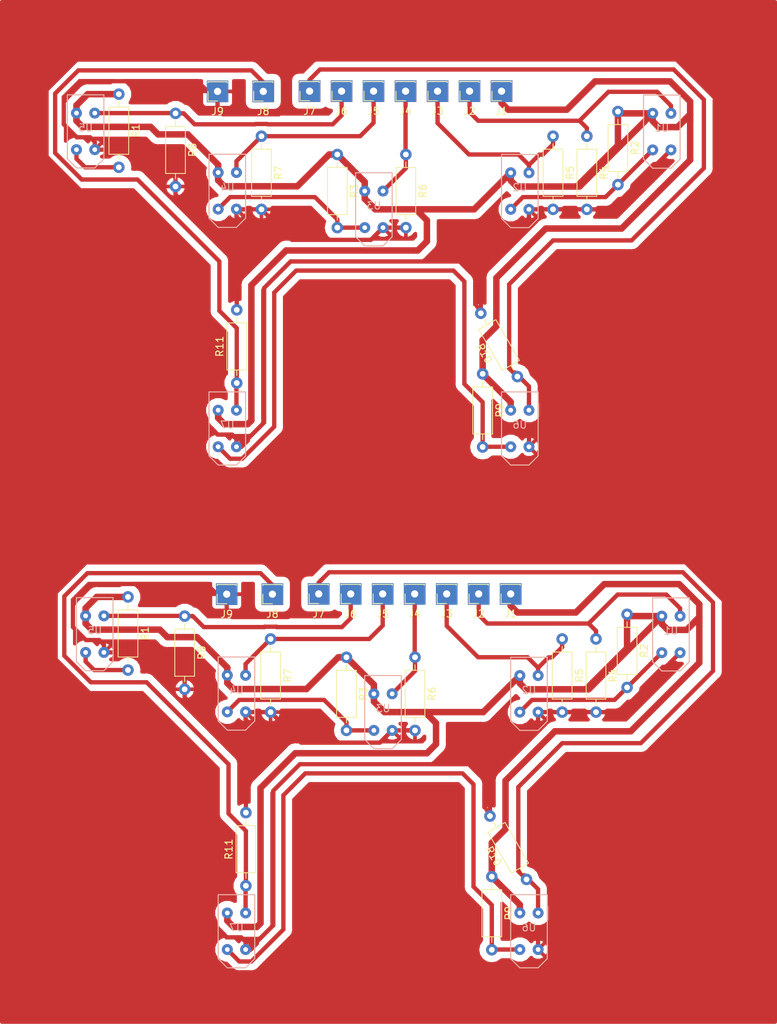
<source format=kicad_pcb>
(kicad_pcb (version 20171130) (host pcbnew "(5.0.2)-1")
  (layers (0 F.Cu signal) (31 B.Cu signal) (34 B.Paste user) (35 F.Paste user) (36 B.SilkS user) (37 F.SilkS user) (38 B.Mask user) (39 F.Mask user) (44 Edge.Cuts user))
  (net 0 "")
  (net 1 VCC)
  (net 2 S1)
  (net 3 S2)
  (net 4 S3)
  (net 5 S4)
  (net 6 S5)
  (net 7 S6)
  (net 8 S7)
  (net 9 GND)
  (net 10 "Net-(R1-Pad2)")
  (net 11 "Net-(R2-Pad2)")
  (net 12 "Net-(R3-Pad2)")
  (net 13 "Net-(R9-Pad2)")
  (module cyclophone:TCRT50002 (layer B.Cu) (at 56.9798 157.3174)
    (fp_text reference U7 (at 0 -0.5) (layer B.SilkS) (effects (justify mirror)))
    (fp_text value TCRT5000)
    (pad 4 thru_hole circle (at 1.27 -2.54) (size 1.524 1.524) (drill 0.662) (layers *.Cu *.Mask) (net 8 S7))
    (pad 3 thru_hole circle (at -1.27 -2.54) (size 1.524 1.524) (drill 0.662) (layers *.Cu *.Mask) (net 1 VCC))
    (pad 2 thru_hole circle (at 1.27 2.54) (size 1.524 1.524) (drill 0.662) (layers *.Cu *.Mask) (net 9 GND))
    (pad 1 thru_hole circle (at -1.27 2.54) (size 1.524 1.524) (drill 0.662) (layers *.Cu *.Mask) (net 13 "Net-(R9-Pad2)"))
  )
  (module cyclophone:TCRT50002 (layer B.Cu) (at 97.6198 157.3174)
    (fp_text reference U6 (at 0 -0.5) (layer B.SilkS) (effects (justify mirror)))
    (fp_text value TCRT5000)
    (pad 1 thru_hole circle (at -1.27 2.54) (size 1.524 1.524) (drill 0.662) (layers *.Cu *.Mask) (net 13 "Net-(R9-Pad2)"))
    (pad 2 thru_hole circle (at 1.27 2.54) (size 1.524 1.524) (drill 0.662) (layers *.Cu *.Mask) (net 9 GND))
    (pad 3 thru_hole circle (at -1.27 -2.54) (size 1.524 1.524) (drill 0.662) (layers *.Cu *.Mask) (net 1 VCC))
    (pad 4 thru_hole circle (at 1.27 -2.54) (size 1.524 1.524) (drill 0.662) (layers *.Cu *.Mask) (net 7 S6))
  )
  (module cyclophone:TCRT50002 (layer B.Cu) (at 37.2948 116.0424)
    (fp_text reference U5 (at 0 -0.5) (layer B.SilkS) (effects (justify mirror)))
    (fp_text value TCRT5000)
    (pad 4 thru_hole circle (at 1.27 -2.54) (size 1.524 1.524) (drill 0.662) (layers *.Cu *.Mask) (net 6 S5))
    (pad 3 thru_hole circle (at -1.27 -2.54) (size 1.524 1.524) (drill 0.662) (layers *.Cu *.Mask) (net 1 VCC))
    (pad 2 thru_hole circle (at 1.27 2.54) (size 1.524 1.524) (drill 0.662) (layers *.Cu *.Mask) (net 9 GND))
    (pad 1 thru_hole circle (at -1.27 2.54) (size 1.524 1.524) (drill 0.662) (layers *.Cu *.Mask) (net 10 "Net-(R1-Pad2)"))
  )
  (module cyclophone:TCRT50002 (layer B.Cu) (at 56.9798 124.2974)
    (fp_text reference U4 (at 0 -0.5) (layer B.SilkS) (effects (justify mirror)))
    (fp_text value TCRT5000)
    (pad 4 thru_hole circle (at 1.27 -2.54) (size 1.524 1.524) (drill 0.662) (layers *.Cu *.Mask) (net 5 S4))
    (pad 3 thru_hole circle (at -1.27 -2.54) (size 1.524 1.524) (drill 0.662) (layers *.Cu *.Mask) (net 1 VCC))
    (pad 2 thru_hole circle (at 1.27 2.54) (size 1.524 1.524) (drill 0.662) (layers *.Cu *.Mask) (net 9 GND))
    (pad 1 thru_hole circle (at -1.27 2.54) (size 1.524 1.524) (drill 0.662) (layers *.Cu *.Mask) (net 12 "Net-(R3-Pad2)"))
  )
  (module cyclophone:TCRT50002 (layer B.Cu) (at 117.348 116.078)
    (fp_text reference U1 (at 0 -0.5) (layer B.SilkS) (effects (justify mirror)))
    (fp_text value TCRT5000)
    (pad 4 thru_hole circle (at 1.27 -2.54) (size 1.524 1.524) (drill 0.662) (layers *.Cu *.Mask) (net 2 S1))
    (pad 3 thru_hole circle (at -1.27 -2.54) (size 1.524 1.524) (drill 0.662) (layers *.Cu *.Mask) (net 1 VCC))
    (pad 2 thru_hole circle (at 1.27 2.54) (size 1.524 1.524) (drill 0.662) (layers *.Cu *.Mask) (net 9 GND))
    (pad 1 thru_hole circle (at -1.27 2.54) (size 1.524 1.524) (drill 0.662) (layers *.Cu *.Mask) (net 11 "Net-(R2-Pad2)"))
  )
  (module Resistor_THT:R_Axial_DIN0207_L6.3mm_D2.5mm_P10.16mm_Horizontal (layer F.Cu) (at 58.293 151.003 90)
    (fp_text reference R11 (at 5.08 -2.37 90) (layer F.SilkS))
    (fp_text value 10k)
    (pad 2 thru_hole oval (at 10.16 0 90) (size 1.6 1.6) (drill 0.8) (layers *.Cu *.Mask) (net 9 GND))
    (pad 1 thru_hole circle (at 0 0 90) (size 1.6 1.6) (drill 0.8) (layers *.Cu *.Mask) (net 8 S7))
  )
  (module Resistor_THT:R_Axial_DIN0207_L6.3mm_D2.5mm_P10.16mm_Horizontal (layer F.Cu) (at 97.282 150.114 120)
    (fp_text reference R10 (at 5.08 -2.37 120) (layer F.SilkS))
    (fp_text value 10k)
    (pad 1 thru_hole circle (at 0 0 120) (size 1.6 1.6) (drill 0.8) (layers *.Cu *.Mask) (net 7 S6))
    (pad 2 thru_hole oval (at 10.16 0 120) (size 1.6 1.6) (drill 0.8) (layers *.Cu *.Mask) (net 9 GND))
  )
  (module Resistor_THT:R_Axial_DIN0207_L6.3mm_D2.5mm_P10.16mm_Horizontal (layer F.Cu) (at 92.456 149.733 270)
    (fp_text reference R9 (at 5.08 -2.37 270) (layer F.SilkS))
    (fp_text value 330)
    (pad 1 thru_hole circle (at 0 0 270) (size 1.6 1.6) (drill 0.8) (layers *.Cu *.Mask) (net 1 VCC))
    (pad 2 thru_hole oval (at 10.16 0 270) (size 1.6 1.6) (drill 0.8) (layers *.Cu *.Mask) (net 13 "Net-(R9-Pad2)"))
  )
  (module Resistor_THT:R_Axial_DIN0207_L6.3mm_D2.5mm_P10.16mm_Horizontal (layer F.Cu) (at 49.784 113.538 270)
    (fp_text reference R8 (at 5.08 -2.37 270) (layer F.SilkS))
    (fp_text value 10k)
    (pad 2 thru_hole oval (at 10.16 0 270) (size 1.6 1.6) (drill 0.8) (layers *.Cu *.Mask) (net 9 GND))
    (pad 1 thru_hole circle (at 0 0 270) (size 1.6 1.6) (drill 0.8) (layers *.Cu *.Mask) (net 6 S5))
  )
  (module Resistor_THT:R_Axial_DIN0207_L6.3mm_D2.5mm_P10.16mm_Horizontal (layer F.Cu) (at 61.722 116.713 270)
    (fp_text reference R7 (at 5.08 -2.37 270) (layer F.SilkS))
    (fp_text value 10k)
    (pad 1 thru_hole circle (at 0 0 270) (size 1.6 1.6) (drill 0.8) (layers *.Cu *.Mask) (net 5 S4))
    (pad 2 thru_hole oval (at 10.16 0 270) (size 1.6 1.6) (drill 0.8) (layers *.Cu *.Mask) (net 9 GND))
  )
  (module Resistor_THT:R_Axial_DIN0207_L6.3mm_D2.5mm_P10.16mm_Horizontal (layer F.Cu) (at 81.788 119.253 270)
    (fp_text reference R6 (at 5.08 -2.37 270) (layer F.SilkS))
    (fp_text value 10k)
    (pad 2 thru_hole oval (at 10.16 0 270) (size 1.6 1.6) (drill 0.8) (layers *.Cu *.Mask) (net 9 GND))
    (pad 1 thru_hole circle (at 0 0 270) (size 1.6 1.6) (drill 0.8) (layers *.Cu *.Mask) (net 4 S3))
  )
  (module Resistor_THT:R_Axial_DIN0207_L6.3mm_D2.5mm_P10.16mm_Horizontal (layer F.Cu) (at 102.235 116.713 270)
    (fp_text reference R5 (at 5.08 -2.37 270) (layer F.SilkS))
    (fp_text value 10k)
    (pad 2 thru_hole oval (at 10.16 0 270) (size 1.6 1.6) (drill 0.8) (layers *.Cu *.Mask) (net 9 GND))
    (pad 1 thru_hole circle (at 0 0 270) (size 1.6 1.6) (drill 0.8) (layers *.Cu *.Mask) (net 3 S2))
  )
  (module Resistor_THT:R_Axial_DIN0207_L6.3mm_D2.5mm_P10.16mm_Horizontal (layer F.Cu) (at 106.934 116.713 270)
    (fp_text reference R4 (at 5.08 -2.37 270) (layer F.SilkS))
    (fp_text value 10k)
    (pad 1 thru_hole circle (at 0 0 270) (size 1.6 1.6) (drill 0.8) (layers *.Cu *.Mask) (net 2 S1))
    (pad 2 thru_hole oval (at 10.16 0 270) (size 1.6 1.6) (drill 0.8) (layers *.Cu *.Mask) (net 9 GND))
  )
  (module Resistor_THT:R_Axial_DIN0207_L6.3mm_D2.5mm_P10.16mm_Horizontal (layer F.Cu) (at 72.263 119.253 270)
    (fp_text reference R3 (at 5.08 -2.37 270) (layer F.SilkS))
    (fp_text value 330)
    (pad 2 thru_hole oval (at 10.16 0 270) (size 1.6 1.6) (drill 0.8) (layers *.Cu *.Mask) (net 12 "Net-(R3-Pad2)"))
    (pad 1 thru_hole circle (at 0 0 270) (size 1.6 1.6) (drill 0.8) (layers *.Cu *.Mask) (net 1 VCC))
  )
  (module Resistor_THT:R_Axial_DIN0207_L6.3mm_D2.5mm_P10.16mm_Horizontal (layer F.Cu) (at 111.252 113.284 270)
    (fp_text reference R2 (at 5.08 -2.37 270) (layer F.SilkS))
    (fp_text value 330)
    (pad 2 thru_hole oval (at 10.16 0 270) (size 1.6 1.6) (drill 0.8) (layers *.Cu *.Mask) (net 11 "Net-(R2-Pad2)"))
    (pad 1 thru_hole circle (at 0 0 270) (size 1.6 1.6) (drill 0.8) (layers *.Cu *.Mask) (net 1 VCC))
  )
  (module Resistor_THT:R_Axial_DIN0207_L6.3mm_D2.5mm_P10.16mm_Horizontal (layer F.Cu) (at 41.91 110.871 270)
    (fp_text reference R1 (at 5.08 -2.37 270) (layer F.SilkS))
    (fp_text value 330)
    (pad 1 thru_hole circle (at 0 0 270) (size 1.6 1.6) (drill 0.8) (layers *.Cu *.Mask) (net 1 VCC))
    (pad 2 thru_hole oval (at 10.16 0 270) (size 1.6 1.6) (drill 0.8) (layers *.Cu *.Mask) (net 10 "Net-(R1-Pad2)"))
  )
  (module Connector_PinSocket_2.54mm:PinSocket_1x01_P2.54mm_Vertical (layer F.Cu) (at 55.626 110.49 180)
    (fp_text reference J9 (at 0 -2.77 180) (layer F.SilkS))
    (fp_text value Conn_01x01_Female)
    (pad 1 thru_hole rect (at 0 0 180) (size 3 3) (drill 1) (layers *.Cu *.Mask) (net 9 GND))
  )
  (module Connector_PinSocket_2.54mm:PinSocket_1x01_P2.54mm_Vertical (layer F.Cu) (at 61.976 110.49 180)
    (fp_text reference J8 (at 0 -2.77 180) (layer F.SilkS))
    (fp_text value Conn_01x01_Female)
    (pad 1 thru_hole rect (at 0 0 180) (size 3 3) (drill 1) (layers *.Cu *.Mask) (net 8 S7))
  )
  (module Connector_PinSocket_2.54mm:PinSocket_1x01_P2.54mm_Vertical (layer F.Cu) (at 68.4098 110.4544 180)
    (fp_text reference J7 (at 0 -2.77 180) (layer F.SilkS))
    (fp_text value Conn_01x01_Female)
    (pad 1 thru_hole rect (at 0 0 180) (size 3 3) (drill 1) (layers *.Cu *.Mask) (net 7 S6))
  )
  (module Connector_PinSocket_2.54mm:PinSocket_1x01_P2.54mm_Vertical (layer F.Cu) (at 72.8548 110.4544 180)
    (fp_text reference J6 (at 0 -2.77 180) (layer F.SilkS))
    (fp_text value Conn_01x01_Female)
    (pad 1 thru_hole rect (at 0 0 180) (size 3 3) (drill 1) (layers *.Cu *.Mask) (net 6 S5))
  )
  (module Connector_PinSocket_2.54mm:PinSocket_1x01_P2.54mm_Vertical (layer F.Cu) (at 77.2998 110.4544 180)
    (fp_text reference J5 (at 0 -2.77 180) (layer F.SilkS))
    (fp_text value Conn_01x01_Female)
    (pad 1 thru_hole rect (at 0 0 180) (size 3 3) (drill 1) (layers *.Cu *.Mask) (net 5 S4))
  )
  (module Connector_PinSocket_2.54mm:PinSocket_1x01_P2.54mm_Vertical (layer F.Cu) (at 81.7448 110.4544 180)
    (fp_text reference J4 (at 0 -2.77 180) (layer F.SilkS))
    (fp_text value Conn_01x01_Female)
    (pad 1 thru_hole rect (at 0 0 180) (size 3 3) (drill 1) (layers *.Cu *.Mask) (net 4 S3))
  )
  (module Connector_PinSocket_2.54mm:PinSocket_1x01_P2.54mm_Vertical (layer F.Cu) (at 86.1898 110.4544 180)
    (fp_text reference J3 (at 0 -2.77 180) (layer F.SilkS))
    (fp_text value Conn_01x01_Female)
    (pad 1 thru_hole rect (at 0 0 180) (size 3 3) (drill 1) (layers *.Cu *.Mask) (net 3 S2))
  )
  (module Connector_PinSocket_2.54mm:PinSocket_1x01_P2.54mm_Vertical (layer F.Cu) (at 90.6348 110.4544 180)
    (fp_text reference J2 (at 0 -2.77 180) (layer F.SilkS))
    (fp_text value Conn_01x01_Female)
    (pad 1 thru_hole rect (at 0 0 180) (size 3 3) (drill 1) (layers *.Cu *.Mask) (net 2 S1))
  )
  (module Connector_PinSocket_2.54mm:PinSocket_1x01_P2.54mm_Vertical (layer F.Cu) (at 95.0798 110.4544 180)
    (fp_text reference J1 (at 0 -2.77 180) (layer F.SilkS))
    (fp_text value Conn_01x01_Female)
    (pad 1 thru_hole rect (at 0 0 180) (size 3 3) (drill 1) (layers *.Cu *.Mask) (net 1 VCC))
  )
  (module cyclophone:TCRT50002 (layer B.Cu) (at 97.6198 124.333)
    (fp_text reference U2 (at 0 -0.5) (layer B.SilkS) (effects (justify mirror)))
    (fp_text value TCRT5000)
    (pad 4 thru_hole circle (at 1.27 -2.54) (size 1.524 1.524) (drill 0.662) (layers *.Cu *.Mask) (net 3 S2))
    (pad 3 thru_hole circle (at -1.27 -2.54) (size 1.524 1.524) (drill 0.662) (layers *.Cu *.Mask) (net 1 VCC))
    (pad 2 thru_hole circle (at 1.27 2.54) (size 1.524 1.524) (drill 0.662) (layers *.Cu *.Mask) (net 9 GND))
    (pad 1 thru_hole circle (at -1.27 2.54) (size 1.524 1.524) (drill 0.662) (layers *.Cu *.Mask) (net 11 "Net-(R2-Pad2)"))
  )
  (module cyclophone:TCRT50002 (layer B.Cu) (at 77.343 126.873)
    (fp_text reference U3 (at 0 -0.5) (layer B.SilkS) (effects (justify mirror)))
    (fp_text value TCRT5000)
    (pad 4 thru_hole circle (at 1.27 -2.54) (size 1.524 1.524) (drill 0.662) (layers *.Cu *.Mask) (net 4 S3))
    (pad 3 thru_hole circle (at -1.27 -2.54) (size 1.524 1.524) (drill 0.662) (layers *.Cu *.Mask) (net 1 VCC))
    (pad 2 thru_hole circle (at 1.27 2.54) (size 1.524 1.524) (drill 0.662) (layers *.Cu *.Mask) (net 9 GND))
    (pad 1 thru_hole circle (at -1.27 2.54) (size 1.524 1.524) (drill 0.662) (layers *.Cu *.Mask) (net 12 "Net-(R3-Pad2)"))
  )
  (module cyclophone:TCRT50002 (layer B.Cu) (at 76.073 57.023)
    (fp_text reference U3 (at 0 -0.5) (layer B.SilkS) (effects (justify mirror)))
    (fp_text value TCRT5000)
    (pad 1 thru_hole circle (at -1.27 2.54) (size 1.524 1.524) (drill 0.662) (layers *.Cu *.Mask) (net 12 "Net-(R3-Pad2)"))
    (pad 2 thru_hole circle (at 1.27 2.54) (size 1.524 1.524) (drill 0.662) (layers *.Cu *.Mask) (net 9 GND))
    (pad 3 thru_hole circle (at -1.27 -2.54) (size 1.524 1.524) (drill 0.662) (layers *.Cu *.Mask) (net 1 VCC))
    (pad 4 thru_hole circle (at 1.27 -2.54) (size 1.524 1.524) (drill 0.662) (layers *.Cu *.Mask) (net 4 S3))
  )
  (module cyclophone:TCRT50002 (layer B.Cu) (at 96.3498 54.483)
    (fp_text reference U2 (at 0 -0.5) (layer B.SilkS) (effects (justify mirror)))
    (fp_text value TCRT5000)
    (pad 1 thru_hole circle (at -1.27 2.54) (size 1.524 1.524) (drill 0.662) (layers *.Cu *.Mask) (net 11 "Net-(R2-Pad2)"))
    (pad 2 thru_hole circle (at 1.27 2.54) (size 1.524 1.524) (drill 0.662) (layers *.Cu *.Mask) (net 9 GND))
    (pad 3 thru_hole circle (at -1.27 -2.54) (size 1.524 1.524) (drill 0.662) (layers *.Cu *.Mask) (net 1 VCC))
    (pad 4 thru_hole circle (at 1.27 -2.54) (size 1.524 1.524) (drill 0.662) (layers *.Cu *.Mask) (net 3 S2))
  )
  (module Connector_PinSocket_2.54mm:PinSocket_1x01_P2.54mm_Vertical (layer F.Cu) (at 93.8098 40.6044 180)
    (fp_text reference J1 (at 0 -2.77 180) (layer F.SilkS))
    (fp_text value Conn_01x01_Female)
    (pad 1 thru_hole rect (at 0 0 180) (size 3 3) (drill 1) (layers *.Cu *.Mask) (net 1 VCC))
  )
  (module Connector_PinSocket_2.54mm:PinSocket_1x01_P2.54mm_Vertical (layer F.Cu) (at 89.3648 40.6044 180)
    (fp_text reference J2 (at 0 -2.77 180) (layer F.SilkS))
    (fp_text value Conn_01x01_Female)
    (pad 1 thru_hole rect (at 0 0 180) (size 3 3) (drill 1) (layers *.Cu *.Mask) (net 2 S1))
  )
  (module Connector_PinSocket_2.54mm:PinSocket_1x01_P2.54mm_Vertical (layer F.Cu) (at 84.9198 40.6044 180)
    (fp_text reference J3 (at 0 -2.77 180) (layer F.SilkS))
    (fp_text value Conn_01x01_Female)
    (pad 1 thru_hole rect (at 0 0 180) (size 3 3) (drill 1) (layers *.Cu *.Mask) (net 3 S2))
  )
  (module Connector_PinSocket_2.54mm:PinSocket_1x01_P2.54mm_Vertical (layer F.Cu) (at 80.4748 40.6044 180)
    (fp_text reference J4 (at 0 -2.77 180) (layer F.SilkS))
    (fp_text value Conn_01x01_Female)
    (pad 1 thru_hole rect (at 0 0 180) (size 3 3) (drill 1) (layers *.Cu *.Mask) (net 4 S3))
  )
  (module Connector_PinSocket_2.54mm:PinSocket_1x01_P2.54mm_Vertical (layer F.Cu) (at 76.0298 40.6044 180)
    (fp_text reference J5 (at 0 -2.77 180) (layer F.SilkS))
    (fp_text value Conn_01x01_Female)
    (pad 1 thru_hole rect (at 0 0 180) (size 3 3) (drill 1) (layers *.Cu *.Mask) (net 5 S4))
  )
  (module Connector_PinSocket_2.54mm:PinSocket_1x01_P2.54mm_Vertical (layer F.Cu) (at 71.5848 40.6044 180)
    (fp_text reference J6 (at 0 -2.77 180) (layer F.SilkS))
    (fp_text value Conn_01x01_Female)
    (pad 1 thru_hole rect (at 0 0 180) (size 3 3) (drill 1) (layers *.Cu *.Mask) (net 6 S5))
  )
  (module Connector_PinSocket_2.54mm:PinSocket_1x01_P2.54mm_Vertical (layer F.Cu) (at 67.1398 40.6044 180)
    (fp_text reference J7 (at 0 -2.77 180) (layer F.SilkS))
    (fp_text value Conn_01x01_Female)
    (pad 1 thru_hole rect (at 0 0 180) (size 3 3) (drill 1) (layers *.Cu *.Mask) (net 7 S6))
  )
  (module Connector_PinSocket_2.54mm:PinSocket_1x01_P2.54mm_Vertical (layer F.Cu) (at 60.706 40.64 180)
    (fp_text reference J8 (at 0 -2.77 180) (layer F.SilkS))
    (fp_text value Conn_01x01_Female)
    (pad 1 thru_hole rect (at 0 0 180) (size 3 3) (drill 1) (layers *.Cu *.Mask) (net 8 S7))
  )
  (module Connector_PinSocket_2.54mm:PinSocket_1x01_P2.54mm_Vertical (layer F.Cu) (at 54.356 40.64 180)
    (fp_text reference J9 (at 0 -2.77 180) (layer F.SilkS))
    (fp_text value Conn_01x01_Female)
    (pad 1 thru_hole rect (at 0 0 180) (size 3 3) (drill 1) (layers *.Cu *.Mask) (net 9 GND))
  )
  (module Resistor_THT:R_Axial_DIN0207_L6.3mm_D2.5mm_P10.16mm_Horizontal (layer F.Cu) (at 40.64 41.021 270)
    (fp_text reference R1 (at 5.08 -2.37 270) (layer F.SilkS))
    (fp_text value 330)
    (pad 2 thru_hole oval (at 10.16 0 270) (size 1.6 1.6) (drill 0.8) (layers *.Cu *.Mask) (net 10 "Net-(R1-Pad2)"))
    (pad 1 thru_hole circle (at 0 0 270) (size 1.6 1.6) (drill 0.8) (layers *.Cu *.Mask) (net 1 VCC))
  )
  (module Resistor_THT:R_Axial_DIN0207_L6.3mm_D2.5mm_P10.16mm_Horizontal (layer F.Cu) (at 109.982 43.434 270)
    (fp_text reference R2 (at 5.08 -2.37 270) (layer F.SilkS))
    (fp_text value 330)
    (pad 1 thru_hole circle (at 0 0 270) (size 1.6 1.6) (drill 0.8) (layers *.Cu *.Mask) (net 1 VCC))
    (pad 2 thru_hole oval (at 10.16 0 270) (size 1.6 1.6) (drill 0.8) (layers *.Cu *.Mask) (net 11 "Net-(R2-Pad2)"))
  )
  (module Resistor_THT:R_Axial_DIN0207_L6.3mm_D2.5mm_P10.16mm_Horizontal (layer F.Cu) (at 70.993 49.403 270)
    (fp_text reference R3 (at 5.08 -2.37 270) (layer F.SilkS))
    (fp_text value 330)
    (pad 1 thru_hole circle (at 0 0 270) (size 1.6 1.6) (drill 0.8) (layers *.Cu *.Mask) (net 1 VCC))
    (pad 2 thru_hole oval (at 10.16 0 270) (size 1.6 1.6) (drill 0.8) (layers *.Cu *.Mask) (net 12 "Net-(R3-Pad2)"))
  )
  (module Resistor_THT:R_Axial_DIN0207_L6.3mm_D2.5mm_P10.16mm_Horizontal (layer F.Cu) (at 105.664 46.863 270)
    (fp_text reference R4 (at 5.08 -2.37 270) (layer F.SilkS))
    (fp_text value 10k)
    (pad 2 thru_hole oval (at 10.16 0 270) (size 1.6 1.6) (drill 0.8) (layers *.Cu *.Mask) (net 9 GND))
    (pad 1 thru_hole circle (at 0 0 270) (size 1.6 1.6) (drill 0.8) (layers *.Cu *.Mask) (net 2 S1))
  )
  (module Resistor_THT:R_Axial_DIN0207_L6.3mm_D2.5mm_P10.16mm_Horizontal (layer F.Cu) (at 100.965 46.863 270)
    (fp_text reference R5 (at 5.08 -2.37 270) (layer F.SilkS))
    (fp_text value 10k)
    (pad 1 thru_hole circle (at 0 0 270) (size 1.6 1.6) (drill 0.8) (layers *.Cu *.Mask) (net 3 S2))
    (pad 2 thru_hole oval (at 10.16 0 270) (size 1.6 1.6) (drill 0.8) (layers *.Cu *.Mask) (net 9 GND))
  )
  (module Resistor_THT:R_Axial_DIN0207_L6.3mm_D2.5mm_P10.16mm_Horizontal (layer F.Cu) (at 80.518 49.403 270)
    (fp_text reference R6 (at 5.08 -2.37 270) (layer F.SilkS))
    (fp_text value 10k)
    (pad 1 thru_hole circle (at 0 0 270) (size 1.6 1.6) (drill 0.8) (layers *.Cu *.Mask) (net 4 S3))
    (pad 2 thru_hole oval (at 10.16 0 270) (size 1.6 1.6) (drill 0.8) (layers *.Cu *.Mask) (net 9 GND))
  )
  (module Resistor_THT:R_Axial_DIN0207_L6.3mm_D2.5mm_P10.16mm_Horizontal (layer F.Cu) (at 60.452 46.863 270)
    (fp_text reference R7 (at 5.08 -2.37 270) (layer F.SilkS))
    (fp_text value 10k)
    (pad 2 thru_hole oval (at 10.16 0 270) (size 1.6 1.6) (drill 0.8) (layers *.Cu *.Mask) (net 9 GND))
    (pad 1 thru_hole circle (at 0 0 270) (size 1.6 1.6) (drill 0.8) (layers *.Cu *.Mask) (net 5 S4))
  )
  (module Resistor_THT:R_Axial_DIN0207_L6.3mm_D2.5mm_P10.16mm_Horizontal (layer F.Cu) (at 48.514 43.688 270)
    (fp_text reference R8 (at 5.08 -2.37 270) (layer F.SilkS))
    (fp_text value 10k)
    (pad 1 thru_hole circle (at 0 0 270) (size 1.6 1.6) (drill 0.8) (layers *.Cu *.Mask) (net 6 S5))
    (pad 2 thru_hole oval (at 10.16 0 270) (size 1.6 1.6) (drill 0.8) (layers *.Cu *.Mask) (net 9 GND))
  )
  (module Resistor_THT:R_Axial_DIN0207_L6.3mm_D2.5mm_P10.16mm_Horizontal (layer F.Cu) (at 91.186 79.883 270)
    (fp_text reference R9 (at 5.08 -2.37 270) (layer F.SilkS))
    (fp_text value 330)
    (pad 2 thru_hole oval (at 10.16 0 270) (size 1.6 1.6) (drill 0.8) (layers *.Cu *.Mask) (net 13 "Net-(R9-Pad2)"))
    (pad 1 thru_hole circle (at 0 0 270) (size 1.6 1.6) (drill 0.8) (layers *.Cu *.Mask) (net 1 VCC))
  )
  (module Resistor_THT:R_Axial_DIN0207_L6.3mm_D2.5mm_P10.16mm_Horizontal (layer F.Cu) (at 96.012 80.264 120)
    (fp_text reference R10 (at 5.08 -2.37 120) (layer F.SilkS))
    (fp_text value 10k)
    (pad 2 thru_hole oval (at 10.16 0 120) (size 1.6 1.6) (drill 0.8) (layers *.Cu *.Mask) (net 9 GND))
    (pad 1 thru_hole circle (at 0 0 120) (size 1.6 1.6) (drill 0.8) (layers *.Cu *.Mask) (net 7 S6))
  )
  (module Resistor_THT:R_Axial_DIN0207_L6.3mm_D2.5mm_P10.16mm_Horizontal (layer F.Cu) (at 57.023 81.153 90)
    (fp_text reference R11 (at 5.08 -2.37 90) (layer F.SilkS))
    (fp_text value 10k)
    (pad 1 thru_hole circle (at 0 0 90) (size 1.6 1.6) (drill 0.8) (layers *.Cu *.Mask) (net 8 S7))
    (pad 2 thru_hole oval (at 10.16 0 90) (size 1.6 1.6) (drill 0.8) (layers *.Cu *.Mask) (net 9 GND))
  )
  (module cyclophone:TCRT50002 (layer B.Cu) (at 116.078 46.228)
    (fp_text reference U1 (at 0 -0.5) (layer B.SilkS) (effects (justify mirror)))
    (fp_text value TCRT5000)
    (pad 1 thru_hole circle (at -1.27 2.54) (size 1.524 1.524) (drill 0.662) (layers *.Cu *.Mask) (net 11 "Net-(R2-Pad2)"))
    (pad 2 thru_hole circle (at 1.27 2.54) (size 1.524 1.524) (drill 0.662) (layers *.Cu *.Mask) (net 9 GND))
    (pad 3 thru_hole circle (at -1.27 -2.54) (size 1.524 1.524) (drill 0.662) (layers *.Cu *.Mask) (net 1 VCC))
    (pad 4 thru_hole circle (at 1.27 -2.54) (size 1.524 1.524) (drill 0.662) (layers *.Cu *.Mask) (net 2 S1))
  )
  (module cyclophone:TCRT50002 (layer B.Cu) (at 55.7098 54.4474)
    (fp_text reference U4 (at 0 -0.5) (layer B.SilkS) (effects (justify mirror)))
    (fp_text value TCRT5000)
    (pad 1 thru_hole circle (at -1.27 2.54) (size 1.524 1.524) (drill 0.662) (layers *.Cu *.Mask) (net 12 "Net-(R3-Pad2)"))
    (pad 2 thru_hole circle (at 1.27 2.54) (size 1.524 1.524) (drill 0.662) (layers *.Cu *.Mask) (net 9 GND))
    (pad 3 thru_hole circle (at -1.27 -2.54) (size 1.524 1.524) (drill 0.662) (layers *.Cu *.Mask) (net 1 VCC))
    (pad 4 thru_hole circle (at 1.27 -2.54) (size 1.524 1.524) (drill 0.662) (layers *.Cu *.Mask) (net 5 S4))
  )
  (module cyclophone:TCRT50002 (layer B.Cu) (at 36.0248 46.1924)
    (fp_text reference U5 (at 0 -0.5) (layer B.SilkS) (effects (justify mirror)))
    (fp_text value TCRT5000)
    (pad 1 thru_hole circle (at -1.27 2.54) (size 1.524 1.524) (drill 0.662) (layers *.Cu *.Mask) (net 10 "Net-(R1-Pad2)"))
    (pad 2 thru_hole circle (at 1.27 2.54) (size 1.524 1.524) (drill 0.662) (layers *.Cu *.Mask) (net 9 GND))
    (pad 3 thru_hole circle (at -1.27 -2.54) (size 1.524 1.524) (drill 0.662) (layers *.Cu *.Mask) (net 1 VCC))
    (pad 4 thru_hole circle (at 1.27 -2.54) (size 1.524 1.524) (drill 0.662) (layers *.Cu *.Mask) (net 6 S5))
  )
  (module cyclophone:TCRT50002 (layer B.Cu) (at 96.3498 87.4674)
    (fp_text reference U6 (at 0 -0.5) (layer B.SilkS) (effects (justify mirror)))
    (fp_text value TCRT5000)
    (pad 4 thru_hole circle (at 1.27 -2.54) (size 1.524 1.524) (drill 0.662) (layers *.Cu *.Mask) (net 7 S6))
    (pad 3 thru_hole circle (at -1.27 -2.54) (size 1.524 1.524) (drill 0.662) (layers *.Cu *.Mask) (net 1 VCC))
    (pad 2 thru_hole circle (at 1.27 2.54) (size 1.524 1.524) (drill 0.662) (layers *.Cu *.Mask) (net 9 GND))
    (pad 1 thru_hole circle (at -1.27 2.54) (size 1.524 1.524) (drill 0.662) (layers *.Cu *.Mask) (net 13 "Net-(R9-Pad2)"))
  )
  (module cyclophone:TCRT50002 (layer B.Cu) (at 55.7098 87.4674)
    (fp_text reference U7 (at 0 -0.5) (layer B.SilkS) (effects (justify mirror)))
    (fp_text value TCRT5000)
    (pad 1 thru_hole circle (at -1.27 2.54) (size 1.524 1.524) (drill 0.662) (layers *.Cu *.Mask) (net 13 "Net-(R9-Pad2)"))
    (pad 2 thru_hole circle (at 1.27 2.54) (size 1.524 1.524) (drill 0.662) (layers *.Cu *.Mask) (net 9 GND))
    (pad 3 thru_hole circle (at -1.27 -2.54) (size 1.524 1.524) (drill 0.662) (layers *.Cu *.Mask) (net 1 VCC))
    (pad 4 thru_hole circle (at 1.27 -2.54) (size 1.524 1.524) (drill 0.662) (layers *.Cu *.Mask) (net 8 S7))
  )
  (segment (start 74.803 53.213) (end 70.993 49.403) (width 0.9) (layer F.Cu) (net 1))
  (segment (start 74.803 54.483) (end 74.803 53.213) (width 0.9) (layer F.Cu) (net 1))
  (segment (start 54.4398 52.98503) (end 54.4398 51.9074) (width 0.9) (layer F.Cu) (net 1))
  (segment (start 55.274171 53.819401) (end 54.4398 52.98503) (width 0.9) (layer F.Cu) (net 1))
  (segment (start 65.445229 53.819401) (end 55.274171 53.819401) (width 0.9) (layer F.Cu) (net 1))
  (segment (start 69.86163 49.403) (end 65.445229 53.819401) (width 0.9) (layer F.Cu) (net 1))
  (segment (start 70.993 49.403) (end 69.86163 49.403) (width 0.9) (layer F.Cu) (net 1))
  (segment (start 95.0798 83.7768) (end 91.186 79.883) (width 0.9) (layer F.Cu) (net 1))
  (segment (start 95.0798 84.9274) (end 95.0798 83.7768) (width 0.9) (layer F.Cu) (net 1))
  (segment (start 118.265761 45.600001) (end 119.260001 44.605761) (width 0.9) (layer F.Cu) (net 1))
  (segment (start 115.642371 45.600001) (end 118.265761 45.600001) (width 0.9) (layer F.Cu) (net 1))
  (segment (start 114.808 43.688) (end 114.808 44.76563) (width 0.9) (layer F.Cu) (net 1))
  (segment (start 114.808 44.76563) (end 115.642371 45.600001) (width 0.9) (layer F.Cu) (net 1))
  (segment (start 119.260001 44.569999) (end 120.015 43.815) (width 0.9) (layer F.Cu) (net 1))
  (segment (start 119.260001 44.605761) (end 119.260001 44.569999) (width 0.9) (layer F.Cu) (net 1))
  (segment (start 34.7548 42.57477) (end 34.7548 43.6524) (width 0.9) (layer F.Cu) (net 1))
  (segment (start 36.30857 41.021) (end 34.7548 42.57477) (width 0.9) (layer F.Cu) (net 1))
  (segment (start 40.64 41.021) (end 36.30857 41.021) (width 0.9) (layer F.Cu) (net 1))
  (segment (start 110.236 43.688) (end 109.982 43.434) (width 0.9) (layer F.Cu) (net 1))
  (segment (start 114.808 43.688) (end 110.236 43.688) (width 0.9) (layer F.Cu) (net 1))
  (segment (start 109.982 43.434) (end 109.982 48.133) (width 0.9) (layer F.Cu) (net 1))
  (segment (start 95.0798 53.02063) (end 95.0798 51.943) (width 0.9) (layer F.Cu) (net 1))
  (segment (start 95.914171 53.855001) (end 95.0798 53.02063) (width 0.9) (layer F.Cu) (net 1))
  (segment (start 104.259999 53.855001) (end 95.914171 53.855001) (width 0.9) (layer F.Cu) (net 1))
  (segment (start 109.982 48.133) (end 104.259999 53.855001) (width 0.9) (layer F.Cu) (net 1))
  (segment (start 104.640999 53.855001) (end 104.259999 53.855001) (width 0.9) (layer F.Cu) (net 1))
  (segment (start 114.808 43.688) (end 104.640999 53.855001) (width 0.9) (layer F.Cu) (net 1))
  (segment (start 120.015 44.577) (end 120.015 43.815) (width 0.9) (layer F.Cu) (net 1))
  (segment (start 91.186 79.883) (end 91.186 75.184) (width 0.9) (layer F.Cu) (net 1))
  (segment (start 93.091 73.279) (end 93.091 66.548) (width 0.9) (layer F.Cu) (net 1))
  (segment (start 91.186 75.184) (end 93.091 73.279) (width 0.9) (layer F.Cu) (net 1))
  (segment (start 93.091 66.548) (end 99.949 59.69) (width 0.9) (layer F.Cu) (net 1))
  (segment (start 120.015 50.165) (end 120.015 44.577) (width 0.9) (layer F.Cu) (net 1))
  (segment (start 99.949 59.69) (end 110.49 59.69) (width 0.9) (layer F.Cu) (net 1))
  (segment (start 110.49 59.69) (end 120.015 50.165) (width 0.9) (layer F.Cu) (net 1))
  (segment (start 120.015 42.037) (end 120.015 43.815) (width 0.9) (layer F.Cu) (net 1))
  (segment (start 93.8098 42.2478) (end 94.742 43.18) (width 0.9) (layer F.Cu) (net 1))
  (segment (start 102.87 43.18) (end 106.807 39.243) (width 0.9) (layer F.Cu) (net 1))
  (segment (start 106.807 39.243) (end 117.221 39.243) (width 0.9) (layer F.Cu) (net 1))
  (segment (start 94.742 43.18) (end 102.87 43.18) (width 0.9) (layer F.Cu) (net 1))
  (segment (start 117.221 39.243) (end 120.015 42.037) (width 0.9) (layer F.Cu) (net 1))
  (segment (start 54.4398 86.00503) (end 55.30277 86.868) (width 0.9) (layer F.Cu) (net 1))
  (segment (start 54.4398 84.9274) (end 54.4398 86.00503) (width 0.9) (layer F.Cu) (net 1))
  (segment (start 55.30277 86.868) (end 58.547 86.868) (width 0.9) (layer F.Cu) (net 1))
  (segment (start 58.547 86.868) (end 59.055 86.36) (width 0.9) (layer F.Cu) (net 1))
  (segment (start 59.055 86.36) (end 59.055 67.564) (width 0.9) (layer F.Cu) (net 1))
  (segment (start 59.055 67.564) (end 63.881 62.738) (width 0.9) (layer F.Cu) (net 1))
  (segment (start 74.803 55.56063) (end 74.803 54.483) (width 0.9) (layer F.Cu) (net 1))
  (segment (start 76.26537 57.023) (end 74.803 55.56063) (width 0.9) (layer F.Cu) (net 1))
  (segment (start 81.661 62.738) (end 82.169 62.738) (width 0.9) (layer F.Cu) (net 1))
  (segment (start 63.881 62.738) (end 81.661 62.738) (width 0.9) (layer F.Cu) (net 1))
  (segment (start 82.169 62.738) (end 83.439 61.468) (width 0.9) (layer F.Cu) (net 1))
  (segment (start 83.439 58.547) (end 81.915 57.023) (width 0.9) (layer F.Cu) (net 1))
  (segment (start 83.439 61.468) (end 83.439 58.547) (width 0.9) (layer F.Cu) (net 1))
  (segment (start 81.915 57.023) (end 76.26537 57.023) (width 0.9) (layer F.Cu) (net 1))
  (segment (start 91.44 55.5828) (end 95.0798 51.943) (width 0.9) (layer F.Cu) (net 1))
  (segment (start 89.9998 57.023) (end 91.44 55.5828) (width 0.9) (layer F.Cu) (net 1))
  (segment (start 81.915 57.023) (end 89.9998 57.023) (width 0.9) (layer F.Cu) (net 1))
  (segment (start 93.8098 40.6044) (end 93.8098 42.2478) (width 0.9) (layer F.Cu) (net 1))
  (segment (start 34.7548 44.73003) (end 34.7548 43.6524) (width 0.9) (layer F.Cu) (net 1))
  (segment (start 54.4398 50.82977) (end 50.21903 46.609) (width 0.9) (layer F.Cu) (net 1))
  (segment (start 54.4398 51.9074) (end 54.4398 50.82977) (width 0.9) (layer F.Cu) (net 1))
  (segment (start 50.21903 46.609) (end 46.101 46.609) (width 0.9) (layer F.Cu) (net 1))
  (segment (start 46.101 46.609) (end 45.056401 45.564401) (width 0.9) (layer F.Cu) (net 1))
  (segment (start 45.056401 45.564401) (end 35.589171 45.564401) (width 0.9) (layer F.Cu) (net 1))
  (segment (start 35.589171 45.564401) (end 34.7548 44.73003) (width 0.9) (layer F.Cu) (net 1))
  (segment (start 37.57857 110.871) (end 36.0248 112.42477) (width 0.9) (layer F.Cu) (net 1))
  (segment (start 36.0248 112.42477) (end 36.0248 113.5024) (width 0.9) (layer F.Cu) (net 1))
  (segment (start 41.91 110.871) (end 37.57857 110.871) (width 0.9) (layer F.Cu) (net 1))
  (segment (start 120.530001 114.419999) (end 121.285 113.665) (width 0.9) (layer F.Cu) (net 1))
  (segment (start 120.530001 114.455761) (end 120.530001 114.419999) (width 0.9) (layer F.Cu) (net 1))
  (segment (start 36.859171 115.414401) (end 36.0248 114.58003) (width 0.9) (layer F.Cu) (net 1))
  (segment (start 46.326401 115.414401) (end 36.859171 115.414401) (width 0.9) (layer F.Cu) (net 1))
  (segment (start 47.371 116.459) (end 46.326401 115.414401) (width 0.9) (layer F.Cu) (net 1))
  (segment (start 51.48903 116.459) (end 47.371 116.459) (width 0.9) (layer F.Cu) (net 1))
  (segment (start 55.7098 121.7574) (end 55.7098 120.67977) (width 0.9) (layer F.Cu) (net 1))
  (segment (start 55.7098 120.67977) (end 51.48903 116.459) (width 0.9) (layer F.Cu) (net 1))
  (segment (start 36.0248 114.58003) (end 36.0248 113.5024) (width 0.9) (layer F.Cu) (net 1))
  (segment (start 111.506 113.538) (end 111.252 113.284) (width 0.9) (layer F.Cu) (net 1))
  (segment (start 65.151 132.588) (end 82.931 132.588) (width 0.9) (layer F.Cu) (net 1))
  (segment (start 83.185 126.873) (end 77.53537 126.873) (width 0.9) (layer F.Cu) (net 1))
  (segment (start 84.709 128.397) (end 83.185 126.873) (width 0.9) (layer F.Cu) (net 1))
  (segment (start 111.252 117.983) (end 105.529999 123.705001) (width 0.9) (layer F.Cu) (net 1))
  (segment (start 111.252 113.284) (end 111.252 117.983) (width 0.9) (layer F.Cu) (net 1))
  (segment (start 105.529999 123.705001) (end 97.184171 123.705001) (width 0.9) (layer F.Cu) (net 1))
  (segment (start 97.184171 123.705001) (end 96.3498 122.87063) (width 0.9) (layer F.Cu) (net 1))
  (segment (start 96.3498 122.87063) (end 96.3498 121.793) (width 0.9) (layer F.Cu) (net 1))
  (segment (start 84.709 131.318) (end 84.709 128.397) (width 0.9) (layer F.Cu) (net 1))
  (segment (start 116.078 113.538) (end 105.910999 123.705001) (width 0.9) (layer F.Cu) (net 1))
  (segment (start 116.078 113.538) (end 111.506 113.538) (width 0.9) (layer F.Cu) (net 1))
  (segment (start 105.910999 123.705001) (end 105.529999 123.705001) (width 0.9) (layer F.Cu) (net 1))
  (segment (start 83.439 132.588) (end 84.709 131.318) (width 0.9) (layer F.Cu) (net 1))
  (segment (start 82.931 132.588) (end 83.439 132.588) (width 0.9) (layer F.Cu) (net 1))
  (segment (start 95.0798 110.4544) (end 95.0798 112.0978) (width 0.9) (layer F.Cu) (net 1))
  (segment (start 92.456 149.733) (end 92.456 145.034) (width 0.9) (layer F.Cu) (net 1))
  (segment (start 101.219 129.54) (end 111.76 129.54) (width 0.9) (layer F.Cu) (net 1))
  (segment (start 111.76 129.54) (end 121.285 120.015) (width 0.9) (layer F.Cu) (net 1))
  (segment (start 118.491 109.093) (end 121.285 111.887) (width 0.9) (layer F.Cu) (net 1))
  (segment (start 121.285 120.015) (end 121.285 114.427) (width 0.9) (layer F.Cu) (net 1))
  (segment (start 94.361 136.398) (end 101.219 129.54) (width 0.9) (layer F.Cu) (net 1))
  (segment (start 94.361 143.129) (end 94.361 136.398) (width 0.9) (layer F.Cu) (net 1))
  (segment (start 92.456 145.034) (end 94.361 143.129) (width 0.9) (layer F.Cu) (net 1))
  (segment (start 77.53537 126.873) (end 76.073 125.41063) (width 0.9) (layer F.Cu) (net 1))
  (segment (start 121.285 111.887) (end 121.285 113.665) (width 0.9) (layer F.Cu) (net 1))
  (segment (start 95.0798 112.0978) (end 96.012 113.03) (width 0.9) (layer F.Cu) (net 1))
  (segment (start 104.14 113.03) (end 108.077 109.093) (width 0.9) (layer F.Cu) (net 1))
  (segment (start 108.077 109.093) (end 118.491 109.093) (width 0.9) (layer F.Cu) (net 1))
  (segment (start 96.012 113.03) (end 104.14 113.03) (width 0.9) (layer F.Cu) (net 1))
  (segment (start 121.285 114.427) (end 121.285 113.665) (width 0.9) (layer F.Cu) (net 1))
  (segment (start 91.2698 126.873) (end 92.71 125.4328) (width 0.9) (layer F.Cu) (net 1))
  (segment (start 83.185 126.873) (end 91.2698 126.873) (width 0.9) (layer F.Cu) (net 1))
  (segment (start 92.71 125.4328) (end 96.3498 121.793) (width 0.9) (layer F.Cu) (net 1))
  (segment (start 76.073 125.41063) (end 76.073 124.333) (width 0.9) (layer F.Cu) (net 1))
  (segment (start 55.7098 155.85503) (end 56.57277 156.718) (width 0.9) (layer F.Cu) (net 1))
  (segment (start 55.7098 154.7774) (end 55.7098 155.85503) (width 0.9) (layer F.Cu) (net 1))
  (segment (start 56.57277 156.718) (end 59.817 156.718) (width 0.9) (layer F.Cu) (net 1))
  (segment (start 59.817 156.718) (end 60.325 156.21) (width 0.9) (layer F.Cu) (net 1))
  (segment (start 60.325 156.21) (end 60.325 137.414) (width 0.9) (layer F.Cu) (net 1))
  (segment (start 60.325 137.414) (end 65.151 132.588) (width 0.9) (layer F.Cu) (net 1))
  (segment (start 96.3498 153.6268) (end 92.456 149.733) (width 0.9) (layer F.Cu) (net 1))
  (segment (start 96.3498 154.7774) (end 96.3498 153.6268) (width 0.9) (layer F.Cu) (net 1))
  (segment (start 56.544171 123.669401) (end 55.7098 122.83503) (width 0.9) (layer F.Cu) (net 1))
  (segment (start 72.263 119.253) (end 71.13163 119.253) (width 0.9) (layer F.Cu) (net 1))
  (segment (start 71.13163 119.253) (end 66.715229 123.669401) (width 0.9) (layer F.Cu) (net 1))
  (segment (start 55.7098 122.83503) (end 55.7098 121.7574) (width 0.9) (layer F.Cu) (net 1))
  (segment (start 66.715229 123.669401) (end 56.544171 123.669401) (width 0.9) (layer F.Cu) (net 1))
  (segment (start 116.912371 115.450001) (end 119.535761 115.450001) (width 0.9) (layer F.Cu) (net 1))
  (segment (start 76.073 123.063) (end 72.263 119.253) (width 0.9) (layer F.Cu) (net 1))
  (segment (start 119.535761 115.450001) (end 120.530001 114.455761) (width 0.9) (layer F.Cu) (net 1))
  (segment (start 116.078 114.61563) (end 116.912371 115.450001) (width 0.9) (layer F.Cu) (net 1))
  (segment (start 116.078 113.538) (end 116.078 114.61563) (width 0.9) (layer F.Cu) (net 1))
  (segment (start 76.073 124.333) (end 76.073 123.063) (width 0.9) (layer F.Cu) (net 1))
  (segment (start 105.664 46.863) (end 105.664 45.73163) (width 0.6) (layer F.Cu) (net 2))
  (segment (start 105.664 45.73163) (end 104.648 44.71563) (width 0.6) (layer F.Cu) (net 2))
  (segment (start 108.670619 40.693011) (end 104.648 44.71563) (width 0.6) (layer F.Cu) (net 2))
  (segment (start 115.430641 40.693011) (end 108.670619 40.693011) (width 0.6) (layer F.Cu) (net 2))
  (segment (start 117.348 42.61037) (end 115.430641 40.693011) (width 0.6) (layer F.Cu) (net 2))
  (segment (start 117.348 43.688) (end 117.348 42.61037) (width 0.6) (layer F.Cu) (net 2))
  (segment (start 93.73763 44.71563) (end 104.648 44.71563) (width 0.6) (layer F.Cu) (net 2))
  (segment (start 90.56263 44.71563) (end 93.73763 44.71563) (width 0.6) (layer F.Cu) (net 2))
  (segment (start 89.3648 43.5178) (end 90.56263 44.71563) (width 0.6) (layer F.Cu) (net 2))
  (segment (start 89.3648 40.6044) (end 89.3648 42.164) (width 0.6) (layer F.Cu) (net 2))
  (segment (start 89.3648 42.164) (end 89.3648 43.5178) (width 0.6) (layer F.Cu) (net 2))
  (segment (start 106.934 116.713) (end 106.934 115.58163) (width 0.6) (layer F.Cu) (net 2))
  (segment (start 118.618 112.46037) (end 116.700641 110.543011) (width 0.6) (layer F.Cu) (net 2))
  (segment (start 106.934 115.58163) (end 105.918 114.56563) (width 0.6) (layer F.Cu) (net 2))
  (segment (start 118.618 113.538) (end 118.618 112.46037) (width 0.6) (layer F.Cu) (net 2))
  (segment (start 109.940619 110.543011) (end 105.918 114.56563) (width 0.6) (layer F.Cu) (net 2))
  (segment (start 116.700641 110.543011) (end 109.940619 110.543011) (width 0.6) (layer F.Cu) (net 2))
  (segment (start 91.83263 114.56563) (end 95.00763 114.56563) (width 0.6) (layer F.Cu) (net 2))
  (segment (start 95.00763 114.56563) (end 105.918 114.56563) (width 0.6) (layer F.Cu) (net 2))
  (segment (start 90.6348 113.3678) (end 91.83263 114.56563) (width 0.6) (layer F.Cu) (net 2))
  (segment (start 90.6348 110.4544) (end 90.6348 112.014) (width 0.6) (layer F.Cu) (net 2))
  (segment (start 90.6348 112.014) (end 90.6348 113.3678) (width 0.6) (layer F.Cu) (net 2))
  (segment (start 97.6198 51.943) (end 97.6198 50.86537) (width 0.6) (layer F.Cu) (net 3))
  (segment (start 99.5342 49.42517) (end 99.06 49.42517) (width 0.6) (layer F.Cu) (net 3))
  (segment (start 100.965 47.99437) (end 99.5342 49.42517) (width 0.6) (layer F.Cu) (net 3))
  (segment (start 100.965 46.863) (end 100.965 47.99437) (width 0.6) (layer F.Cu) (net 3))
  (segment (start 99.06 49.42517) (end 97.6198 50.86537) (width 0.6) (layer F.Cu) (net 3))
  (segment (start 89.281 49.403) (end 84.9198 45.0418) (width 0.6) (layer F.Cu) (net 3))
  (segment (start 97.6198 50.86537) (end 96.15743 49.403) (width 0.6) (layer F.Cu) (net 3))
  (segment (start 96.15743 49.403) (end 89.281 49.403) (width 0.6) (layer F.Cu) (net 3))
  (segment (start 84.9198 40.6044) (end 84.9198 42.164) (width 0.6) (layer F.Cu) (net 3))
  (segment (start 84.9198 45.0418) (end 84.9198 42.164) (width 0.6) (layer F.Cu) (net 3))
  (segment (start 100.8042 119.27517) (end 100.33 119.27517) (width 0.6) (layer F.Cu) (net 3))
  (segment (start 98.8898 121.793) (end 98.8898 120.71537) (width 0.6) (layer F.Cu) (net 3))
  (segment (start 102.235 117.84437) (end 100.8042 119.27517) (width 0.6) (layer F.Cu) (net 3))
  (segment (start 100.33 119.27517) (end 98.8898 120.71537) (width 0.6) (layer F.Cu) (net 3))
  (segment (start 102.235 116.713) (end 102.235 117.84437) (width 0.6) (layer F.Cu) (net 3))
  (segment (start 97.42743 119.253) (end 90.551 119.253) (width 0.6) (layer F.Cu) (net 3))
  (segment (start 90.551 119.253) (end 86.1898 114.8918) (width 0.6) (layer F.Cu) (net 3))
  (segment (start 86.1898 114.8918) (end 86.1898 112.014) (width 0.6) (layer F.Cu) (net 3))
  (segment (start 98.8898 120.71537) (end 97.42743 119.253) (width 0.6) (layer F.Cu) (net 3))
  (segment (start 86.1898 110.4544) (end 86.1898 112.014) (width 0.6) (layer F.Cu) (net 3))
  (segment (start 80.518 51.308) (end 79.883 51.943) (width 0.6) (layer F.Cu) (net 4))
  (segment (start 80.518 49.403) (end 80.518 51.308) (width 0.6) (layer F.Cu) (net 4))
  (segment (start 79.883 51.943) (end 77.343 54.483) (width 0.6) (layer F.Cu) (net 4))
  (segment (start 80.4748 40.6044) (end 80.4748 42.799) (width 0.6) (layer F.Cu) (net 4))
  (segment (start 80.4748 42.799) (end 80.4748 49.1922) (width 0.6) (layer F.Cu) (net 4))
  (segment (start 81.7448 112.649) (end 81.7448 119.0422) (width 0.6) (layer F.Cu) (net 4))
  (segment (start 81.7448 110.4544) (end 81.7448 112.649) (width 0.6) (layer F.Cu) (net 4))
  (segment (start 81.788 119.253) (end 81.788 121.158) (width 0.6) (layer F.Cu) (net 4))
  (segment (start 81.788 121.158) (end 81.153 121.793) (width 0.6) (layer F.Cu) (net 4))
  (segment (start 81.153 121.793) (end 78.613 124.333) (width 0.6) (layer F.Cu) (net 4))
  (segment (start 56.9798 50.3352) (end 60.452 46.863) (width 0.6) (layer F.Cu) (net 5))
  (segment (start 56.9798 51.9074) (end 56.9798 50.3352) (width 0.6) (layer F.Cu) (net 5))
  (segment (start 74.168 46.863) (end 60.452 46.863) (width 0.6) (layer F.Cu) (net 5))
  (segment (start 76.0298 45.0012) (end 74.168 46.863) (width 0.6) (layer F.Cu) (net 5))
  (segment (start 76.0298 40.6044) (end 76.0298 42.418) (width 0.6) (layer F.Cu) (net 5))
  (segment (start 76.0298 42.418) (end 76.0298 45.0012) (width 0.6) (layer F.Cu) (net 5))
  (segment (start 77.2998 114.8512) (end 75.438 116.713) (width 0.6) (layer F.Cu) (net 5))
  (segment (start 75.438 116.713) (end 61.722 116.713) (width 0.6) (layer F.Cu) (net 5))
  (segment (start 58.2498 120.1852) (end 61.722 116.713) (width 0.6) (layer F.Cu) (net 5))
  (segment (start 58.2498 121.7574) (end 58.2498 120.1852) (width 0.6) (layer F.Cu) (net 5))
  (segment (start 77.2998 112.268) (end 77.2998 114.8512) (width 0.6) (layer F.Cu) (net 5))
  (segment (start 77.2998 110.4544) (end 77.2998 112.268) (width 0.6) (layer F.Cu) (net 5))
  (segment (start 48.4784 43.6524) (end 48.514 43.688) (width 0.6) (layer F.Cu) (net 6))
  (segment (start 37.2948 43.6524) (end 48.4784 43.6524) (width 0.6) (layer F.Cu) (net 6))
  (segment (start 51.16937 45.212) (end 49.64537 43.688) (width 0.6) (layer F.Cu) (net 6))
  (segment (start 49.64537 43.688) (end 48.514 43.688) (width 0.6) (layer F.Cu) (net 6))
  (segment (start 59.586998 45.212) (end 51.16937 45.212) (width 0.6) (layer F.Cu) (net 6))
  (segment (start 71.5848 40.6044) (end 71.5848 43.9852) (width 0.6) (layer F.Cu) (net 6))
  (segment (start 70.358 45.212) (end 61.317002 45.212) (width 0.6) (layer F.Cu) (net 6))
  (segment (start 71.5848 43.9852) (end 70.358 45.212) (width 0.6) (layer F.Cu) (net 6))
  (segment (start 61.317002 45.212) (end 61.268001 45.162999) (width 0.6) (layer F.Cu) (net 6))
  (segment (start 61.268001 45.162999) (end 59.635999 45.162999) (width 0.6) (layer F.Cu) (net 6))
  (segment (start 59.635999 45.162999) (end 59.586998 45.212) (width 0.6) (layer F.Cu) (net 6))
  (segment (start 60.905999 115.012999) (end 60.856998 115.062) (width 0.6) (layer F.Cu) (net 6))
  (segment (start 62.538001 115.012999) (end 60.905999 115.012999) (width 0.6) (layer F.Cu) (net 6))
  (segment (start 62.587002 115.062) (end 62.538001 115.012999) (width 0.6) (layer F.Cu) (net 6))
  (segment (start 71.628 115.062) (end 62.587002 115.062) (width 0.6) (layer F.Cu) (net 6))
  (segment (start 72.8548 113.8352) (end 71.628 115.062) (width 0.6) (layer F.Cu) (net 6))
  (segment (start 72.8548 110.4544) (end 72.8548 113.8352) (width 0.6) (layer F.Cu) (net 6))
  (segment (start 60.856998 115.062) (end 52.43937 115.062) (width 0.6) (layer F.Cu) (net 6))
  (segment (start 50.91537 113.538) (end 49.784 113.538) (width 0.6) (layer F.Cu) (net 6))
  (segment (start 52.43937 115.062) (end 50.91537 113.538) (width 0.6) (layer F.Cu) (net 6))
  (segment (start 49.7484 113.5024) (end 49.784 113.538) (width 0.6) (layer F.Cu) (net 6))
  (segment (start 38.5648 113.5024) (end 49.7484 113.5024) (width 0.6) (layer F.Cu) (net 6))
  (segment (start 97.6198 83.84977) (end 97.6198 84.9274) (width 0.6) (layer F.Cu) (net 7))
  (segment (start 97.6198 81.62943) (end 97.6198 83.84977) (width 0.6) (layer F.Cu) (net 7))
  (segment (start 95.668999 79.678629) (end 96.88937 80.899) (width 0.6) (layer F.Cu) (net 7))
  (segment (start 96.88937 80.899) (end 97.6198 81.62943) (width 0.6) (layer F.Cu) (net 7))
  (segment (start 96.00037 80.01) (end 96.88937 80.899) (width 0.6) (layer F.Cu) (net 7))
  (segment (start 94.869 67.437) (end 94.869 79.121) (width 0.6) (layer F.Cu) (net 7))
  (segment (start 100.965 61.341) (end 94.869 67.437) (width 0.6) (layer F.Cu) (net 7))
  (segment (start 67.437 38.735) (end 68.58 37.592) (width 0.6) (layer F.Cu) (net 7))
  (segment (start 94.869 79.121) (end 96.012 80.264) (width 0.6) (layer F.Cu) (net 7))
  (segment (start 68.58 37.592) (end 117.729 37.592) (width 0.6) (layer F.Cu) (net 7))
  (segment (start 117.729 37.592) (end 121.92 41.783) (width 0.6) (layer F.Cu) (net 7))
  (segment (start 121.92 41.783) (end 121.92 51.308) (width 0.6) (layer F.Cu) (net 7))
  (segment (start 111.887 61.341) (end 100.965 61.341) (width 0.6) (layer F.Cu) (net 7))
  (segment (start 121.92 51.308) (end 111.887 61.341) (width 0.6) (layer F.Cu) (net 7))
  (segment (start 67.1398 39.0322) (end 67.437 38.735) (width 0.6) (layer F.Cu) (net 7))
  (segment (start 67.1398 40.6044) (end 67.1398 39.0322) (width 0.6) (layer F.Cu) (net 7))
  (segment (start 123.19 121.158) (end 113.157 131.191) (width 0.6) (layer F.Cu) (net 7))
  (segment (start 68.4098 108.8822) (end 68.707 108.585) (width 0.6) (layer F.Cu) (net 7))
  (segment (start 118.999 107.442) (end 123.19 111.633) (width 0.6) (layer F.Cu) (net 7))
  (segment (start 68.707 108.585) (end 69.85 107.442) (width 0.6) (layer F.Cu) (net 7))
  (segment (start 113.157 131.191) (end 102.235 131.191) (width 0.6) (layer F.Cu) (net 7))
  (segment (start 69.85 107.442) (end 118.999 107.442) (width 0.6) (layer F.Cu) (net 7))
  (segment (start 123.19 111.633) (end 123.19 121.158) (width 0.6) (layer F.Cu) (net 7))
  (segment (start 96.139 148.971) (end 97.282 150.114) (width 0.6) (layer F.Cu) (net 7))
  (segment (start 68.4098 110.4544) (end 68.4098 108.8822) (width 0.6) (layer F.Cu) (net 7))
  (segment (start 102.235 131.191) (end 96.139 137.287) (width 0.6) (layer F.Cu) (net 7))
  (segment (start 96.139 137.287) (end 96.139 148.971) (width 0.6) (layer F.Cu) (net 7))
  (segment (start 98.8898 153.69977) (end 98.8898 154.7774) (width 0.6) (layer F.Cu) (net 7))
  (segment (start 98.8898 151.47943) (end 98.8898 153.69977) (width 0.6) (layer F.Cu) (net 7))
  (segment (start 97.27037 149.86) (end 98.15937 150.749) (width 0.6) (layer F.Cu) (net 7))
  (segment (start 96.938999 149.528629) (end 98.15937 150.749) (width 0.6) (layer F.Cu) (net 7))
  (segment (start 98.15937 150.749) (end 98.8898 151.47943) (width 0.6) (layer F.Cu) (net 7))
  (segment (start 56.9798 81.1962) (end 57.023 81.153) (width 0.6) (layer F.Cu) (net 8))
  (segment (start 56.9798 84.9274) (end 56.9798 81.1962) (width 0.6) (layer F.Cu) (net 8))
  (segment (start 60.706 39.37) (end 60.706 40.64) (width 0.6) (layer F.Cu) (net 8))
  (segment (start 31.792789 40.932141) (end 35.00593 37.719) (width 0.6) (layer F.Cu) (net 8))
  (segment (start 35.00593 37.719) (end 59.055 37.719) (width 0.6) (layer F.Cu) (net 8))
  (segment (start 57.023 73.533) (end 54.61 71.12) (width 0.6) (layer F.Cu) (net 8))
  (segment (start 57.023 81.153) (end 57.023 73.533) (width 0.6) (layer F.Cu) (net 8))
  (segment (start 54.61 71.12) (end 54.61 64.262) (width 0.6) (layer F.Cu) (net 8))
  (segment (start 54.61 64.262) (end 43.229001 52.881001) (width 0.6) (layer F.Cu) (net 8))
  (segment (start 43.229001 52.881001) (end 35.482001 52.881001) (width 0.6) (layer F.Cu) (net 8))
  (segment (start 59.055 37.719) (end 60.706 39.37) (width 0.6) (layer F.Cu) (net 8))
  (segment (start 31.792789 49.191789) (end 31.792789 40.932141) (width 0.6) (layer F.Cu) (net 8))
  (segment (start 35.482001 52.881001) (end 31.792789 49.191789) (width 0.6) (layer F.Cu) (net 8))
  (segment (start 58.2498 154.7774) (end 58.2498 151.0462) (width 0.6) (layer F.Cu) (net 8))
  (segment (start 58.2498 151.0462) (end 58.293 151.003) (width 0.6) (layer F.Cu) (net 8))
  (segment (start 61.976 109.22) (end 61.976 110.49) (width 0.6) (layer F.Cu) (net 8))
  (segment (start 33.062789 110.782141) (end 36.27593 107.569) (width 0.6) (layer F.Cu) (net 8))
  (segment (start 36.27593 107.569) (end 60.325 107.569) (width 0.6) (layer F.Cu) (net 8))
  (segment (start 58.293 143.383) (end 55.88 140.97) (width 0.6) (layer F.Cu) (net 8))
  (segment (start 58.293 151.003) (end 58.293 143.383) (width 0.6) (layer F.Cu) (net 8))
  (segment (start 55.88 140.97) (end 55.88 134.112) (width 0.6) (layer F.Cu) (net 8))
  (segment (start 55.88 134.112) (end 44.499001 122.731001) (width 0.6) (layer F.Cu) (net 8))
  (segment (start 44.499001 122.731001) (end 36.752001 122.731001) (width 0.6) (layer F.Cu) (net 8))
  (segment (start 60.325 107.569) (end 61.976 109.22) (width 0.6) (layer F.Cu) (net 8))
  (segment (start 33.062789 119.041789) (end 33.062789 110.782141) (width 0.6) (layer F.Cu) (net 8))
  (segment (start 36.752001 122.731001) (end 33.062789 119.041789) (width 0.6) (layer F.Cu) (net 8))
  (segment (start 97.6198 57.023) (end 100.965 57.023) (width 0.6) (layer F.Cu) (net 9))
  (segment (start 57.0154 57.023) (end 56.9798 56.9874) (width 0.6) (layer F.Cu) (net 9))
  (segment (start 60.452 57.023) (end 57.0154 57.023) (width 0.6) (layer F.Cu) (net 9))
  (segment (start 76.581001 60.324999) (end 77.343 59.563) (width 0.6) (layer F.Cu) (net 9))
  (segment (start 75.642999 61.263001) (end 76.581001 60.324999) (width 0.6) (layer F.Cu) (net 9))
  (segment (start 64.692001 61.263001) (end 75.642999 61.263001) (width 0.6) (layer F.Cu) (net 9))
  (segment (start 109.093 57.023) (end 100.965 57.023) (width 0.6) (layer F.Cu) (net 9))
  (segment (start 117.348 48.768) (end 109.093 57.023) (width 0.6) (layer F.Cu) (net 9))
  (segment (start 57.023 66.802) (end 63.627 60.198) (width 0.6) (layer F.Cu) (net 9))
  (segment (start 57.023 70.993) (end 57.023 66.802) (width 0.6) (layer F.Cu) (net 9))
  (segment (start 60.452 57.023) (end 63.627 60.198) (width 0.6) (layer F.Cu) (net 9))
  (segment (start 63.627 60.198) (end 64.692001 61.263001) (width 0.6) (layer F.Cu) (net 9))
  (segment (start 56.9798 90.0074) (end 56.9798 88.92977) (width 0.6) (layer F.Cu) (net 9))
  (segment (start 37.2948 48.7324) (end 38.5724 48.7324) (width 0.6) (layer F.Cu) (net 9))
  (segment (start 59.11277 60.198) (end 62.611 60.198) (width 0.6) (layer F.Cu) (net 9))
  (segment (start 56.9798 58.06503) (end 59.11277 60.198) (width 0.6) (layer F.Cu) (net 9))
  (segment (start 56.9798 56.9874) (end 56.9798 58.06503) (width 0.6) (layer F.Cu) (net 9))
  (segment (start 62.611 60.198) (end 63.627 60.198) (width 0.6) (layer F.Cu) (net 9))
  (segment (start 48.514 52.578) (end 48.514 53.848) (width 0.6) (layer F.Cu) (net 9))
  (segment (start 38.5724 48.7324) (end 44.6684 48.7324) (width 0.6) (layer F.Cu) (net 9))
  (segment (start 44.6684 48.7324) (end 48.514 52.578) (width 0.6) (layer F.Cu) (net 9))
  (segment (start 97.6198 58.2092) (end 97.6198 57.023) (width 0.6) (layer F.Cu) (net 9))
  (segment (start 79.502 59.563) (end 80.518 59.563) (width 0.6) (layer F.Cu) (net 9))
  (segment (start 79.502 59.563) (end 77.343 59.563) (width 0.6) (layer F.Cu) (net 9))
  (segment (start 80.264 59.563) (end 79.502 59.563) (width 0.6) (layer F.Cu) (net 9))
  (segment (start 56.9798 90.0074) (end 57.6936 90.0074) (width 0.6) (layer F.Cu) (net 9))
  (segment (start 57.6936 90.0074) (end 58.547 89.154) (width 0.6) (layer F.Cu) (net 9))
  (segment (start 58.547 89.154) (end 58.547 88.918622) (width 0.6) (layer F.Cu) (net 9))
  (segment (start 56.990948 88.918622) (end 56.9798 88.92977) (width 0.6) (layer F.Cu) (net 9))
  (segment (start 58.547 88.918622) (end 56.990948 88.918622) (width 0.6) (layer F.Cu) (net 9))
  (segment (start 90.932 65.798982) (end 90.932 71.465182) (width 0.6) (layer F.Cu) (net 9))
  (segment (start 60.833 67.945) (end 64.516 64.262) (width 0.6) (layer F.Cu) (net 9))
  (segment (start 58.547 88.918622) (end 60.833 86.632622) (width 0.6) (layer F.Cu) (net 9))
  (segment (start 60.833 86.632622) (end 60.833 67.945) (width 0.6) (layer F.Cu) (net 9))
  (segment (start 91.567 64.262) (end 96.266 59.563) (width 0.6) (layer F.Cu) (net 9))
  (segment (start 88.138 64.262) (end 91.567 64.262) (width 0.6) (layer F.Cu) (net 9))
  (segment (start 96.266 59.563) (end 97.6198 58.2092) (width 0.6) (layer F.Cu) (net 9))
  (segment (start 64.516 64.262) (end 88.138 64.262) (width 0.6) (layer F.Cu) (net 9))
  (segment (start 90.932 64.897) (end 91.567 64.262) (width 0.6) (layer F.Cu) (net 9))
  (segment (start 90.932 65.798982) (end 90.932 64.897) (width 0.6) (layer F.Cu) (net 9))
  (segment (start 53.721 60.198) (end 62.611 60.198) (width 0.6) (layer F.Cu) (net 9))
  (segment (start 48.514 53.848) (end 48.514 54.991) (width 0.6) (layer F.Cu) (net 9))
  (segment (start 48.514 54.991) (end 53.721 60.198) (width 0.6) (layer F.Cu) (net 9))
  (segment (start 56.36804 88.31801) (end 56.9798 88.92977) (width 0.6) (layer F.Cu) (net 9))
  (segment (start 54.356 88.31801) (end 56.36804 88.31801) (width 0.6) (layer F.Cu) (net 9))
  (segment (start 52.197 64.77) (end 52.197 86.15901) (width 0.6) (layer F.Cu) (net 9))
  (segment (start 34.832859 36.195) (end 30.592778 40.435081) (width 0.6) (layer F.Cu) (net 9))
  (segment (start 30.592778 40.435081) (end 30.592778 49.688849) (width 0.6) (layer F.Cu) (net 9))
  (segment (start 52.197 86.15901) (end 54.356 88.31801) (width 0.6) (layer F.Cu) (net 9))
  (segment (start 66.675 36.195) (end 34.832859 36.195) (width 0.6) (layer F.Cu) (net 9))
  (segment (start 30.592778 49.688849) (end 35.386929 54.483) (width 0.6) (layer F.Cu) (net 9))
  (segment (start 35.386929 54.483) (end 41.91 54.483) (width 0.6) (layer F.Cu) (net 9))
  (segment (start 41.91 54.483) (end 52.197 64.77) (width 0.6) (layer F.Cu) (net 9))
  (segment (start 64.262 38.608) (end 66.675 36.195) (width 0.6) (layer F.Cu) (net 9))
  (segment (start 64.262 42.418) (end 64.262 38.608) (width 0.6) (layer F.Cu) (net 9))
  (segment (start 62.865 43.815) (end 64.262 42.418) (width 0.6) (layer F.Cu) (net 9))
  (segment (start 58.4404 43.815) (end 62.865 43.815) (width 0.6) (layer F.Cu) (net 9))
  (segment (start 51.562 39.220999) (end 52.945401 40.6044) (width 0.6) (layer F.Cu) (net 9))
  (segment (start 37.2948 48.7324) (end 37.2948 47.65477) (width 0.6) (layer F.Cu) (net 9))
  (segment (start 36.654441 47.014411) (end 34.798 47.014411) (width 0.6) (layer F.Cu) (net 9))
  (segment (start 34.798 47.014411) (end 32.992799 45.20921) (width 0.6) (layer F.Cu) (net 9))
  (segment (start 37.2948 47.65477) (end 36.654441 47.014411) (width 0.6) (layer F.Cu) (net 9))
  (segment (start 32.992799 45.20921) (end 32.992799 41.429201) (width 0.6) (layer F.Cu) (net 9))
  (segment (start 35.201001 39.220999) (end 51.562 39.220999) (width 0.6) (layer F.Cu) (net 9))
  (segment (start 32.992799 41.429201) (end 35.201001 39.220999) (width 0.6) (layer F.Cu) (net 9))
  (segment (start 58.4404 43.815) (end 55.118 43.815) (width 0.6) (layer F.Cu) (net 9))
  (segment (start 54.356 43.053) (end 54.356 40.64) (width 0.6) (layer F.Cu) (net 9))
  (segment (start 55.118 43.815) (end 54.356 43.053) (width 0.6) (layer F.Cu) (net 9))
  (segment (start 68.707 36.195) (end 66.675 36.195) (width 0.6) (layer F.Cu) (net 9))
  (segment (start 123.952 51.933372) (end 123.952 42.037) (width 0.6) (layer F.Cu) (net 9))
  (segment (start 99.314 86.995) (end 99.314 65.913) (width 0.6) (layer F.Cu) (net 9))
  (segment (start 118.11 36.195) (end 68.707 36.195) (width 0.6) (layer F.Cu) (net 9))
  (segment (start 123.952 42.037) (end 118.11 36.195) (width 0.6) (layer F.Cu) (net 9))
  (segment (start 99.314 65.913) (end 101.990628 63.236372) (width 0.6) (layer F.Cu) (net 9))
  (segment (start 101.990628 63.236372) (end 112.649 63.236372) (width 0.6) (layer F.Cu) (net 9))
  (segment (start 97.6198 88.6892) (end 99.314 86.995) (width 0.6) (layer F.Cu) (net 9))
  (segment (start 97.6198 90.0074) (end 97.6198 88.6892) (width 0.6) (layer F.Cu) (net 9))
  (segment (start 112.649 63.236372) (end 123.952 51.933372) (width 0.6) (layer F.Cu) (net 9))
  (segment (start 60.38277 130.048) (end 63.881 130.048) (width 0.6) (layer F.Cu) (net 9))
  (segment (start 38.5648 118.5824) (end 39.8424 118.5824) (width 0.6) (layer F.Cu) (net 9))
  (segment (start 58.2498 127.91503) (end 60.38277 130.048) (width 0.6) (layer F.Cu) (net 9))
  (segment (start 37.924441 116.864411) (end 36.068 116.864411) (width 0.6) (layer F.Cu) (net 9))
  (segment (start 125.222 121.783372) (end 125.222 111.887) (width 0.6) (layer F.Cu) (net 9))
  (segment (start 103.260628 133.086372) (end 113.919 133.086372) (width 0.6) (layer F.Cu) (net 9))
  (segment (start 98.8898 159.8574) (end 98.8898 158.5392) (width 0.6) (layer F.Cu) (net 9))
  (segment (start 65.532 108.458) (end 67.945 106.045) (width 0.6) (layer F.Cu) (net 9))
  (segment (start 113.919 133.086372) (end 125.222 121.783372) (width 0.6) (layer F.Cu) (net 9))
  (segment (start 100.584 135.763) (end 103.260628 133.086372) (width 0.6) (layer F.Cu) (net 9))
  (segment (start 100.584 156.845) (end 100.584 135.763) (width 0.6) (layer F.Cu) (net 9))
  (segment (start 125.222 111.887) (end 119.38 106.045) (width 0.6) (layer F.Cu) (net 9))
  (segment (start 65.532 112.268) (end 65.532 108.458) (width 0.6) (layer F.Cu) (net 9))
  (segment (start 36.471001 109.070999) (end 52.832 109.070999) (width 0.6) (layer F.Cu) (net 9))
  (segment (start 34.262799 115.05921) (end 34.262799 111.279201) (width 0.6) (layer F.Cu) (net 9))
  (segment (start 59.7104 113.665) (end 64.135 113.665) (width 0.6) (layer F.Cu) (net 9))
  (segment (start 64.135 113.665) (end 65.532 112.268) (width 0.6) (layer F.Cu) (net 9))
  (segment (start 34.262799 111.279201) (end 36.471001 109.070999) (width 0.6) (layer F.Cu) (net 9))
  (segment (start 36.068 116.864411) (end 34.262799 115.05921) (width 0.6) (layer F.Cu) (net 9))
  (segment (start 98.8898 158.5392) (end 100.584 156.845) (width 0.6) (layer F.Cu) (net 9))
  (segment (start 38.5648 118.5824) (end 38.5648 117.50477) (width 0.6) (layer F.Cu) (net 9))
  (segment (start 38.5648 117.50477) (end 37.924441 116.864411) (width 0.6) (layer F.Cu) (net 9))
  (segment (start 52.832 109.070999) (end 54.215401 110.4544) (width 0.6) (layer F.Cu) (net 9))
  (segment (start 56.388 113.665) (end 55.626 112.903) (width 0.6) (layer F.Cu) (net 9))
  (segment (start 55.626 112.903) (end 55.626 110.49) (width 0.6) (layer F.Cu) (net 9))
  (segment (start 59.7104 113.665) (end 56.388 113.665) (width 0.6) (layer F.Cu) (net 9))
  (segment (start 119.38 106.045) (end 69.977 106.045) (width 0.6) (layer F.Cu) (net 9))
  (segment (start 69.977 106.045) (end 67.945 106.045) (width 0.6) (layer F.Cu) (net 9))
  (segment (start 92.837 134.112) (end 97.536 129.413) (width 0.6) (layer F.Cu) (net 9))
  (segment (start 54.991 130.048) (end 63.881 130.048) (width 0.6) (layer F.Cu) (net 9))
  (segment (start 65.786 134.112) (end 89.408 134.112) (width 0.6) (layer F.Cu) (net 9))
  (segment (start 62.103 156.482622) (end 62.103 137.795) (width 0.6) (layer F.Cu) (net 9))
  (segment (start 89.408 134.112) (end 92.837 134.112) (width 0.6) (layer F.Cu) (net 9))
  (segment (start 80.772 129.413) (end 78.613 129.413) (width 0.6) (layer F.Cu) (net 9))
  (segment (start 92.202 134.747) (end 92.837 134.112) (width 0.6) (layer F.Cu) (net 9))
  (segment (start 80.772 129.413) (end 81.788 129.413) (width 0.6) (layer F.Cu) (net 9))
  (segment (start 58.260948 158.768622) (end 58.2498 158.77977) (width 0.6) (layer F.Cu) (net 9))
  (segment (start 81.534 129.413) (end 80.772 129.413) (width 0.6) (layer F.Cu) (net 9))
  (segment (start 59.817 159.004) (end 59.817 158.768622) (width 0.6) (layer F.Cu) (net 9))
  (segment (start 58.9636 159.8574) (end 59.817 159.004) (width 0.6) (layer F.Cu) (net 9))
  (segment (start 59.817 158.768622) (end 58.260948 158.768622) (width 0.6) (layer F.Cu) (net 9))
  (segment (start 58.2498 159.8574) (end 58.9636 159.8574) (width 0.6) (layer F.Cu) (net 9))
  (segment (start 49.784 124.841) (end 54.991 130.048) (width 0.6) (layer F.Cu) (net 9))
  (segment (start 97.536 129.413) (end 98.8898 128.0592) (width 0.6) (layer F.Cu) (net 9))
  (segment (start 59.817 158.768622) (end 62.103 156.482622) (width 0.6) (layer F.Cu) (net 9))
  (segment (start 92.202 135.648982) (end 92.202 141.315182) (width 0.6) (layer F.Cu) (net 9))
  (segment (start 92.202 135.648982) (end 92.202 134.747) (width 0.6) (layer F.Cu) (net 9))
  (segment (start 62.103 137.795) (end 65.786 134.112) (width 0.6) (layer F.Cu) (net 9))
  (segment (start 49.784 123.698) (end 49.784 124.841) (width 0.6) (layer F.Cu) (net 9))
  (segment (start 58.293 140.843) (end 58.293 136.652) (width 0.6) (layer F.Cu) (net 9))
  (segment (start 64.897 130.048) (end 65.962001 131.113001) (width 0.6) (layer F.Cu) (net 9))
  (segment (start 31.862778 119.538849) (end 36.656929 124.333) (width 0.6) (layer F.Cu) (net 9))
  (segment (start 36.102859 106.045) (end 31.862778 110.285081) (width 0.6) (layer F.Cu) (net 9))
  (segment (start 67.945 106.045) (end 36.102859 106.045) (width 0.6) (layer F.Cu) (net 9))
  (segment (start 53.467 156.00901) (end 55.626 158.16801) (width 0.6) (layer F.Cu) (net 9))
  (segment (start 31.862778 110.285081) (end 31.862778 119.538849) (width 0.6) (layer F.Cu) (net 9))
  (segment (start 58.2498 159.8574) (end 58.2498 158.77977) (width 0.6) (layer F.Cu) (net 9))
  (segment (start 43.18 124.333) (end 53.467 134.62) (width 0.6) (layer F.Cu) (net 9))
  (segment (start 36.656929 124.333) (end 43.18 124.333) (width 0.6) (layer F.Cu) (net 9))
  (segment (start 53.467 134.62) (end 53.467 156.00901) (width 0.6) (layer F.Cu) (net 9))
  (segment (start 57.63804 158.16801) (end 58.2498 158.77977) (width 0.6) (layer F.Cu) (net 9))
  (segment (start 55.626 158.16801) (end 57.63804 158.16801) (width 0.6) (layer F.Cu) (net 9))
  (segment (start 98.8898 128.0592) (end 98.8898 126.873) (width 0.6) (layer F.Cu) (net 9))
  (segment (start 58.2498 126.8374) (end 58.2498 127.91503) (width 0.6) (layer F.Cu) (net 9))
  (segment (start 63.881 130.048) (end 64.897 130.048) (width 0.6) (layer F.Cu) (net 9))
  (segment (start 61.722 126.873) (end 64.897 130.048) (width 0.6) (layer F.Cu) (net 9))
  (segment (start 77.851001 130.174999) (end 78.613 129.413) (width 0.6) (layer F.Cu) (net 9))
  (segment (start 76.912999 131.113001) (end 77.851001 130.174999) (width 0.6) (layer F.Cu) (net 9))
  (segment (start 58.293 136.652) (end 64.897 130.048) (width 0.6) (layer F.Cu) (net 9))
  (segment (start 98.8898 126.873) (end 102.235 126.873) (width 0.6) (layer F.Cu) (net 9))
  (segment (start 65.962001 131.113001) (end 76.912999 131.113001) (width 0.6) (layer F.Cu) (net 9))
  (segment (start 110.363 126.873) (end 102.235 126.873) (width 0.6) (layer F.Cu) (net 9))
  (segment (start 118.618 118.618) (end 110.363 126.873) (width 0.6) (layer F.Cu) (net 9))
  (segment (start 58.2854 126.873) (end 58.2498 126.8374) (width 0.6) (layer F.Cu) (net 9))
  (segment (start 61.722 126.873) (end 58.2854 126.873) (width 0.6) (layer F.Cu) (net 9))
  (segment (start 39.8424 118.5824) (end 45.9384 118.5824) (width 0.6) (layer F.Cu) (net 9))
  (segment (start 49.784 122.428) (end 49.784 123.698) (width 0.6) (layer F.Cu) (net 9))
  (segment (start 45.9384 118.5824) (end 49.784 122.428) (width 0.6) (layer F.Cu) (net 9))
  (segment (start 39.50863 51.181) (end 40.64 51.181) (width 0.6) (layer F.Cu) (net 10))
  (segment (start 35.941 51.181) (end 39.50863 51.181) (width 0.6) (layer F.Cu) (net 10))
  (segment (start 34.7548 48.7324) (end 34.7548 49.9948) (width 0.6) (layer F.Cu) (net 10))
  (segment (start 34.7548 49.9948) (end 35.941 51.181) (width 0.6) (layer F.Cu) (net 10))
  (segment (start 36.0248 118.5824) (end 36.0248 119.8448) (width 0.6) (layer F.Cu) (net 10))
  (segment (start 37.211 121.031) (end 40.77863 121.031) (width 0.6) (layer F.Cu) (net 10))
  (segment (start 36.0248 119.8448) (end 37.211 121.031) (width 0.6) (layer F.Cu) (net 10))
  (segment (start 40.77863 121.031) (end 41.91 121.031) (width 0.6) (layer F.Cu) (net 10))
  (segment (start 108.253001 55.322999) (end 114.808 48.768) (width 0.6) (layer F.Cu) (net 11))
  (segment (start 95.0798 57.023) (end 96.779801 55.322999) (width 0.6) (layer F.Cu) (net 11))
  (segment (start 96.779801 55.322999) (end 108.253001 55.322999) (width 0.6) (layer F.Cu) (net 11))
  (segment (start 96.3498 126.873) (end 98.049801 125.172999) (width 0.6) (layer F.Cu) (net 11))
  (segment (start 109.523001 125.172999) (end 116.078 118.618) (width 0.6) (layer F.Cu) (net 11))
  (segment (start 98.049801 125.172999) (end 109.523001 125.172999) (width 0.6) (layer F.Cu) (net 11))
  (segment (start 74.803 59.563) (end 70.993 59.563) (width 0.6) (layer F.Cu) (net 12))
  (segment (start 55.201799 56.225401) (end 54.4398 56.9874) (width 0.6) (layer F.Cu) (net 12))
  (segment (start 56.104201 55.322999) (end 55.201799 56.225401) (width 0.6) (layer F.Cu) (net 12))
  (segment (start 67.884369 55.322999) (end 56.104201 55.322999) (width 0.6) (layer F.Cu) (net 12))
  (segment (start 70.993 58.43163) (end 67.884369 55.322999) (width 0.6) (layer F.Cu) (net 12))
  (segment (start 70.993 59.563) (end 70.993 58.43163) (width 0.6) (layer F.Cu) (net 12))
  (segment (start 72.263 129.413) (end 72.263 128.28163) (width 0.6) (layer F.Cu) (net 12))
  (segment (start 56.471799 126.075401) (end 55.7098 126.8374) (width 0.6) (layer F.Cu) (net 12))
  (segment (start 72.263 128.28163) (end 69.154369 125.172999) (width 0.6) (layer F.Cu) (net 12))
  (segment (start 76.073 129.413) (end 72.263 129.413) (width 0.6) (layer F.Cu) (net 12))
  (segment (start 69.154369 125.172999) (end 57.374201 125.172999) (width 0.6) (layer F.Cu) (net 12))
  (segment (start 57.374201 125.172999) (end 56.471799 126.075401) (width 0.6) (layer F.Cu) (net 12))
  (segment (start 91.2216 90.0074) (end 91.186 90.043) (width 0.6) (layer F.Cu) (net 13))
  (segment (start 95.0798 90.0074) (end 91.2216 90.0074) (width 0.6) (layer F.Cu) (net 13))
  (segment (start 91.186 83.82) (end 91.186 90.043) (width 0.6) (layer F.Cu) (net 13))
  (segment (start 88.646 81.28) (end 91.186 83.82) (width 0.6) (layer F.Cu) (net 13))
  (segment (start 87.122 65.532) (end 88.646 67.056) (width 0.6) (layer F.Cu) (net 13))
  (segment (start 88.646 67.056) (end 88.646 81.28) (width 0.6) (layer F.Cu) (net 13))
  (segment (start 56.101801 91.669401) (end 57.777561 91.669401) (width 0.6) (layer F.Cu) (net 13))
  (segment (start 57.777561 91.669401) (end 62.23 87.216962) (width 0.6) (layer F.Cu) (net 13))
  (segment (start 62.23 87.216962) (end 62.23 68.58) (width 0.6) (layer F.Cu) (net 13))
  (segment (start 54.4398 90.0074) (end 56.101801 91.669401) (width 0.6) (layer F.Cu) (net 13))
  (segment (start 62.23 68.58) (end 65.278 65.532) (width 0.6) (layer F.Cu) (net 13))
  (segment (start 65.278 65.532) (end 87.122 65.532) (width 0.6) (layer F.Cu) (net 13))
  (segment (start 92.4916 159.8574) (end 92.456 159.893) (width 0.6) (layer F.Cu) (net 13))
  (segment (start 96.3498 159.8574) (end 92.4916 159.8574) (width 0.6) (layer F.Cu) (net 13))
  (segment (start 92.456 153.67) (end 92.456 159.893) (width 0.6) (layer F.Cu) (net 13))
  (segment (start 89.916 151.13) (end 92.456 153.67) (width 0.6) (layer F.Cu) (net 13))
  (segment (start 88.392 135.382) (end 89.916 136.906) (width 0.6) (layer F.Cu) (net 13))
  (segment (start 89.916 136.906) (end 89.916 151.13) (width 0.6) (layer F.Cu) (net 13))
  (segment (start 57.371801 161.519401) (end 59.047561 161.519401) (width 0.6) (layer F.Cu) (net 13))
  (segment (start 59.047561 161.519401) (end 63.5 157.066962) (width 0.6) (layer F.Cu) (net 13))
  (segment (start 63.5 157.066962) (end 63.5 138.43) (width 0.6) (layer F.Cu) (net 13))
  (segment (start 55.7098 159.8574) (end 57.371801 161.519401) (width 0.6) (layer F.Cu) (net 13))
  (segment (start 63.5 138.43) (end 66.548 135.382) (width 0.6) (layer F.Cu) (net 13))
  (segment (start 66.548 135.382) (end 88.392 135.382) (width 0.6) (layer F.Cu) (net 13))
  (zone (net 9) (net_name GND) (layer F.Cu) (connect_pads (clearance 0.908)) (min_thickness 0.5) (fill yes (arc_segments 16) (thermal_gap 0.508) (thermal_bridge_width 0.508))
    (polygon (pts (xy 24.13 27.94) (xy 24.13 170.18) (xy 132.08 170.18) (xy 132.08 27.94)))
  )
)
</source>
